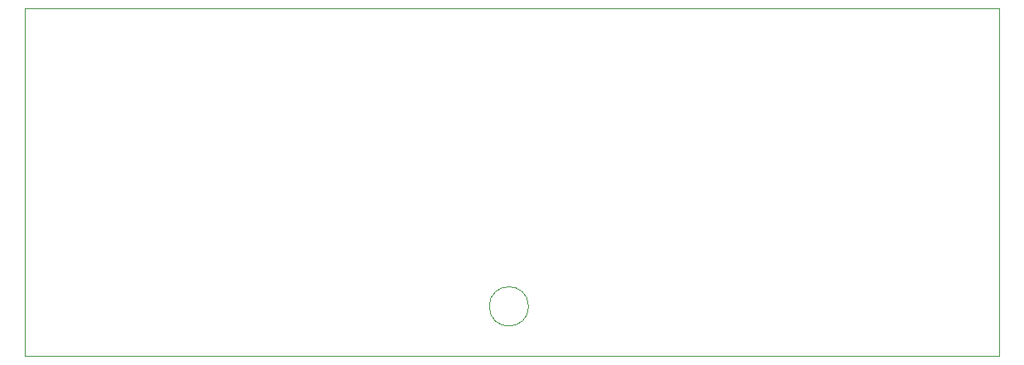
<source format=gbr>
G04 #@! TF.GenerationSoftware,KiCad,Pcbnew,(5.1.5)-3*
G04 #@! TF.CreationDate,2020-01-28T12:29:25+09:00*
G04 #@! TF.ProjectId,SchoolDesk,5363686f-6f6c-4446-9573-6b2e6b696361,rev?*
G04 #@! TF.SameCoordinates,Original*
G04 #@! TF.FileFunction,Profile,NP*
%FSLAX46Y46*%
G04 Gerber Fmt 4.6, Leading zero omitted, Abs format (unit mm)*
G04 Created by KiCad (PCBNEW (5.1.5)-3) date 2020-01-28 12:29:25*
%MOMM*%
%LPD*%
G04 APERTURE LIST*
%ADD10C,0.050000*%
G04 APERTURE END LIST*
D10*
X125095000Y-186690000D02*
X25400000Y-186690000D01*
X125095000Y-151130000D02*
X125095000Y-186690000D01*
X25400000Y-151130000D02*
X125095000Y-151130000D01*
X76938046Y-181610000D02*
G75*
G03X76938046Y-181610000I-2008046J0D01*
G01*
X25400000Y-151130000D02*
X25400000Y-186690000D01*
M02*

</source>
